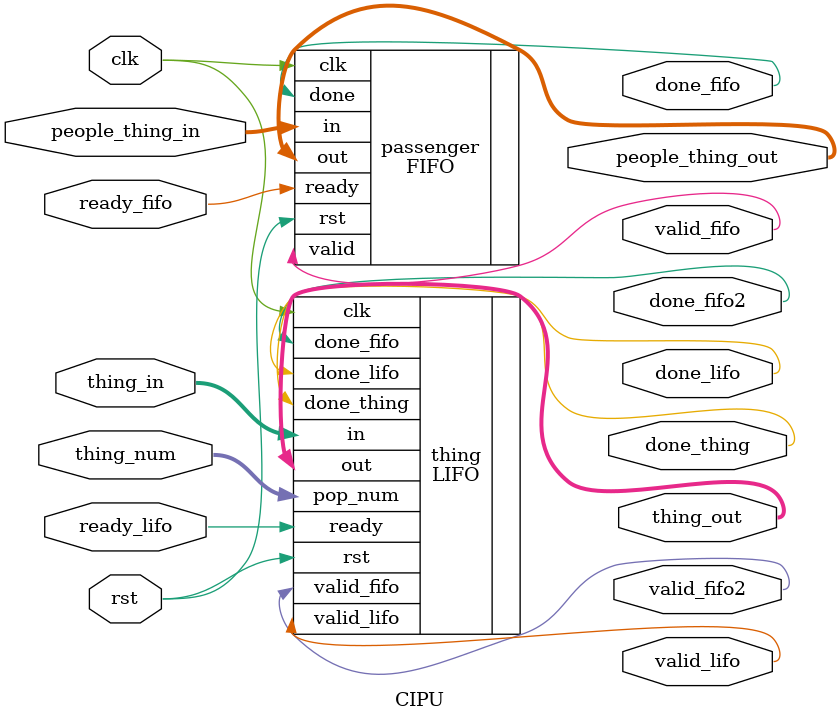
<source format=v>
module CIPU(
    input       clk, 
    input       rst,
    input       [7:0]people_thing_in,
    input       ready_fifo,
    input       ready_lifo,
    input       [7:0]thing_in,
    input       [3:0]thing_num,
    output      valid_fifo,
    output      valid_lifo,
    output      valid_fifo2,
    output      [7:0]people_thing_out,
    output      [7:0]thing_out,
    output      done_thing,
    output      done_fifo,
    output      done_lifo,
    output      done_fifo2
    );
    
    FIFO #(
        .data_len(8), 
        .tmp_len(16)
        )
        passenger(
        .clk(clk),
        .rst(rst),
        .ready(ready_fifo),
        .in(people_thing_in),
        .out(people_thing_out),
        .valid(valid_fifo),
        .done(done_fifo)
    );

    LIFO #(
        .data_len(8), 
        .tmp_len(16),
        .pop_len(4)
        )
        thing(
        .clk(clk),
        .rst(rst),
        .ready(ready_lifo),
        .in(thing_in),
        .out(thing_out),
        .pop_num(thing_num),
        .valid_lifo(valid_lifo),
        .done_thing(done_thing),
        .done_lifo(done_lifo),
        .valid_fifo(valid_fifo2),
        .done_fifo(done_fifo2)
    );
    
    endmodule
</source>
